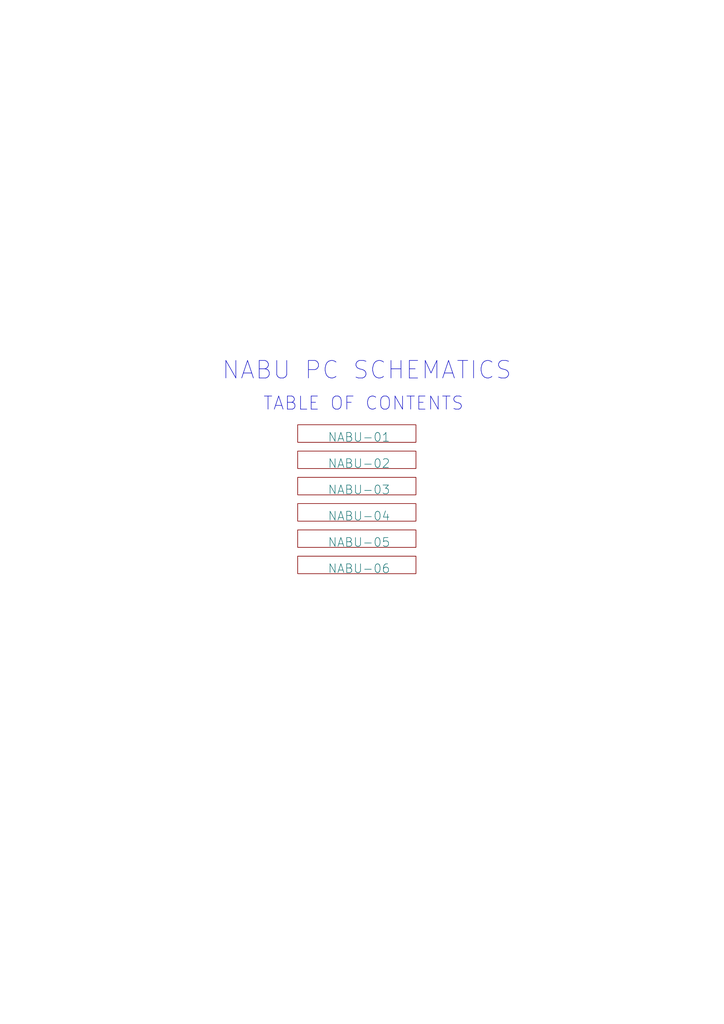
<source format=kicad_sch>
(kicad_sch (version 20211123) (generator eeschema)
  (paper "A4" portrait)
  (title_block (title "NABU PC Schematic Cover Sheet") (date "2022-12-21") (rev "11/16/89") (company "NABU Network Corporation") (comment 1 "Original Schematic by Unknown") (comment 2 "https://github.com/omega9380/Retro-Schematics") (comment 3 "Replication by Omega9380 - December 2022") (comment 4 "Source: NABU Consolidated Documentation v1.0a.pdf by starkscon"))
  (lib_symbols)
  (text "NABU PC SCHEMATICS" (at 148.59 110.49 180) (effects (font (size 5.08 5.08)) (justify right bottom)))
  (text "TABLE OF CONTENTS" (at 76.2 119.38 0) (effects (font (size 3.81 3.81)) (justify left bottom)))
  (sheet (at 86.36 130.81) (size 34.29 5.08) (stroke (width 0.1524))
    (property "Sheet name" "NABU-02" (at 104.14 135.89 0) (effects (font (size 2.54 2.54)) (justify bottom)))
    (property "Sheet file" "untitled.kicad_sch" (effects hide))
  )
  (sheet (at 86.36 146.05) (size 34.29 5.08) (stroke (width 0.1524))
    (property "Sheet name" "NABU-04" (at 104.14 151.13 0) (effects (font (size 2.54 2.54)) (justify bottom)))
    (property "Sheet file" "untitled.kicad_sch" (effects hide))
  )
  (sheet (at 86.36 123.19) (size 34.29 5.08) (stroke (width 0.1524))
    (property "Sheet name" "NABU-01" (at 104.14 128.27 0) (effects (font (size 2.54 2.54)) (justify bottom)))
    (property "Sheet file" "untitled.kicad_sch" (effects hide))
  )
  (sheet (at 86.36 161.29) (size 34.29 5.08) (stroke (width 0.1524))
    (property "Sheet name" "NABU-06" (at 104.14 166.37 0) (effects (font (size 2.54 2.54)) (justify bottom)))
    (property "Sheet file" "untitled.kicad_sch" (effects hide))
  )
  (sheet (at 86.36 138.43) (size 34.29 5.08) (stroke (width 0.1524))
    (property "Sheet name" "NABU-03" (at 104.14 143.51 0) (effects (font (size 2.54 2.54)) (justify bottom)))
    (property "Sheet file" "untitled.kicad_sch" (effects hide))
  )
  (sheet (at 86.36 153.67) (size 34.29 5.08) (stroke (width 0.1524))
    (property "Sheet name" "NABU-05" (at 104.14 158.75 0) (effects (font (size 2.54 2.54)) (justify bottom)))
    (property "Sheet file" "untitled.kicad_sch" (effects hide))
  )
)
</source>
